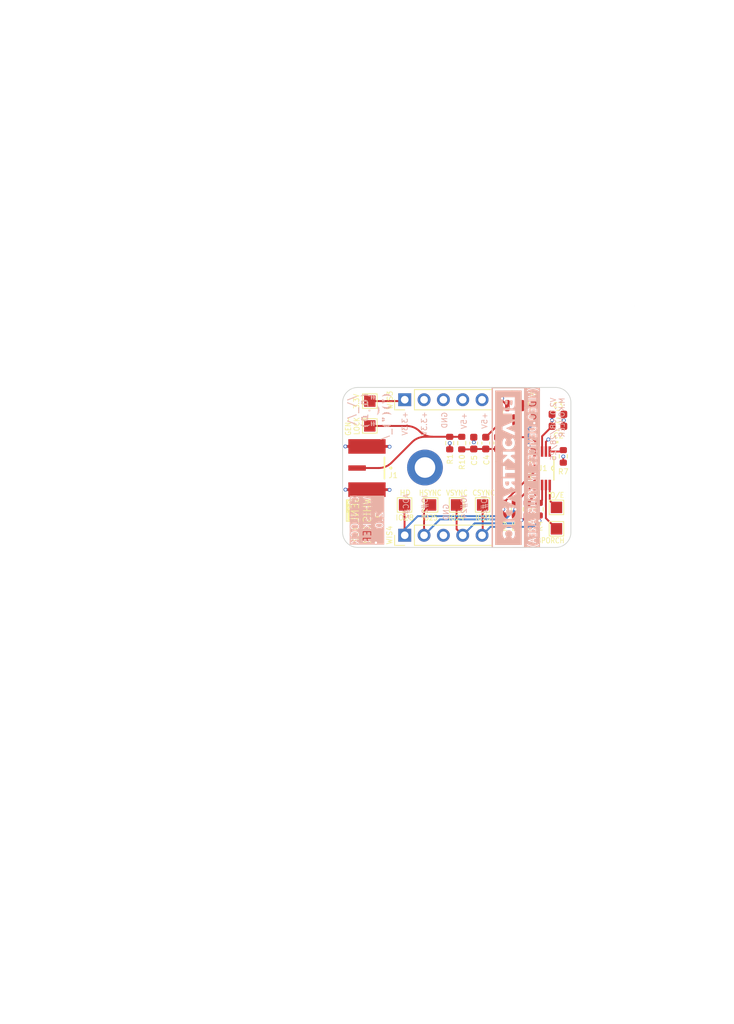
<source format=kicad_pcb>
(kicad_pcb (version 20240108) (generator "pcbnew") (generator_version "8.0")
  (layers (0 "F.Cu" mixed) (1 "In1.Cu" mixed) (2 "In2.Cu" mixed) (31 "B.Cu" mixed) (34 "B.Paste" user) (35 "F.Paste" user) (36 "B.SilkS" user "B.Silkscreen") (37 "F.SilkS" user "F.Silkscreen") (38 "B.Mask" user) (39 "F.Mask" user) (44 "Edge.Cuts" user))
  (net 0 "")
  (net 1 "GND")
  (net 2 "Net-(C1-Pad1)")
  (net 3 "/PI_A_3v3")
  (net 4 "/AN_ADC2")
  (net 5 "/DI_25")
  (net 6 "+5V")
  (net 7 "/DI_24")
  (net 8 "/DI_23")
  (net 9 "Net-(U1-VIN)")
  (net 10 "Net-(Q1-C)")
  (net 11 "Net-(J1-Pad1)")
  (net 12 "Net-(Q1-B)")
  (net 13 "Net-(U1-OE_OUT)")
  (net 14 "Net-(U1-BP_OUT)")
  (net 15 "Net-(U1-CS_OUT)")
  (net 16 "Net-(U1-VS_OUT)")
  (net 17 "Net-(U1-HS_OUT)")
  (net 18 "Net-(U1-REXT)")
  (net 19 "Net-(U1-~HD)")
  (footprint "TestPoint:TestPoint_Pad_1.5x1.5mm" (layer "F.Cu") (at 214.97999 115.421197)
    (property "Reference" "TP1" (hide yes))
    (property "Value" "TestPoint")
    (pad "1" smd rect (at 0 0) (size 1.5 1.5) (layers "F.Cu" "F.Mask") (net 7 "/DI_24"))
  )
  (footprint "Resistor_SMD:R_0603_1608Metric" (layer "F.Cu") (at 215.654801 107.301563 -90)
    (property "Reference" "R10" (at 2.501126 -0.042992 90) (layer "F.SilkS") (effects (font (size 0.7 0.7) (thickness 0.1))))
    (property "Value" "100R")
    (pad "1" smd roundrect (at -0.825 0 270) (size 0.8 0.95) (layers "F.Cu" "F.Paste" "F.Mask") (net 11 "Net-(J1-Pad1)"))
    (pad "2" smd roundrect (at 0.825 0 270) (size 0.8 0.95) (layers "F.Cu" "F.Paste" "F.Mask") (net 2 "Net-(C1-Pad1)"))
  )
  (footprint "TestPoint:TestPoint_Pad_1.5x1.5mm" (layer "F.Cu") (at 228.10235 118.550342)
    (property "Reference" "TP8" (hide yes))
    (property "Value" "TestPoint")
    (pad "1" smd rect (at 0 0) (size 1.5 1.5) (layers "F.Cu" "F.Mask") (net 14 "Net-(U1-BP_OUT)"))
  )
  (footprint "TestPoint:TestPoint_Pad_1.5x1.5mm" (layer "F.Cu") (at 203.576122 105.045057)
    (property "Reference" "TP5" (hide yes))
    (property "Value" "TestPoint")
    (pad "1" smd rect (at 0 0) (size 1.5 1.5) (layers "F.Cu" "F.Mask") (net 11 "Net-(J1-Pad1)"))
  )
  (footprint "Resistor_SMD:R_0603_1608Metric" (layer "F.Cu") (at 222.695421 115.977428 -90)
    (property "Reference" "R6" (at 2.256875 -0.009102 90) (layer "F.SilkS") (effects (font (size 0.7 0.7) (thickness 0.1))))
    (property "Value" "100R")
    (pad "1" smd roundrect (at -0.825 0 270) (size 0.8 0.95) (layers "F.Cu" "F.Paste" "F.Mask") (net 17 "Net-(U1-HS_OUT)"))
    (pad "2" smd roundrect (at 0.825 0 270) (size 0.8 0.95) (layers "F.Cu" "F.Paste" "F.Mask") (net 5 "/DI_25"))
  )
  (footprint "Capacitor_SMD:C_0603_1608Metric" (layer "F.Cu") (at 228.296123 105.095275)
    (property "Reference" "C2" (at 0.065443 1.226594 0) (layer "F.SilkS") (effects (font (size 0.7 0.7) (thickness 0.1))))
    (property "Value" "0.1uF")
    (pad "1" smd roundrect (at -0.775 0) (size 0.9 0.95) (layers "F.Cu" "F.Paste" "F.Mask") (net 3 "/PI_A_3v3"))
    (pad "2" smd roundrect (at 0.775 0) (size 0.9 0.95) (layers "F.Cu" "F.Paste" "F.Mask") (net 1 "GND"))
  )
  (footprint "MountingHole:MountingHole_2.7mm_M2.5_DIN965_Pad" (layer "F.Cu") (at 210.824342 110.508752)
    (property "Reference" "H1" (hide yes))
    (property "Value" "MountingHole_Pad")
    (pad "1" thru_hole circle (at 0 0) (size 4.7 4.7) (drill 2.7) (layers "*.Cu" "*.Mask") (net 1 "GND"))
  )
  (footprint "LMH1980MM_NOPB:MUB10A" (layer "F.Cu") (at 226.215708 110.603302 -90)
    (property "Reference" "U1" (at 0 0 0) (layer "F.SilkS") (effects (font (size 0.7 0.7) (thickness 0.1))))
    (property "Value" "LMH1980MM/NOPB")
    (fp_text user "*" (at -3.433374 -2.20172 90) (layer "F.SilkS") (effects (font (size 0.7 0.7) (thickness 0.1))))
    (pad "1" smd rect (at -2.1971 -1.000001 270) (size 1.3716 0.3302) (layers "F.Cu" "F.Paste" "F.Mask") (net 18 "Net-(U1-REXT)"))
    (pad "2" smd rect (at -2.1971 -0.499999 270) (size 1.3716 0.3302) (layers "F.Cu" "F.Paste" "F.Mask") (net 1 "GND"))
    (pad "3" smd rect (at -2.1971 0 270) (size 1.3716 0.3302) (layers "F.Cu" "F.Paste" "F.Mask") (net 3 "/PI_A_3v3"))
    (pad "4" smd rect (at -2.1971 0.499999 270) (size 1.3716 0.3302) (layers "F.Cu" "F.Paste" "F.Mask") (net 9 "Net-(U1-VIN)"))
    (pad "5" smd rect (at -2.1971 1.000001 270) (size 1.3716 0.3302) (layers "F.Cu" "F.Paste" "F.Mask") (net 19 "Net-(U1-~HD)"))
    (pad "6" smd rect (at 2.1971 1.000001 270) (size 1.3716 0.3302) (layers "F.Cu" "F.Paste" "F.Mask") (net 17 "Net-(U1-HS_OUT)"))
    (pad "7" smd rect (at 2.1971 0.499999 270) (size 1.3716 0.3302) (layers "F.Cu" "F.Paste" "F.Mask") (net 16 "Net-(U1-VS_OUT)"))
    (pad "8" smd rect (at 2.1971 0 270) (size 1.3716 0.3302) (layers "F.Cu" "F.Paste" "F.Mask") (net 15 "Net-(U1-CS_OUT)"))
    (pad "9" smd rect (at 2.1971 -0.499999 270) (size 1.3716 0.3302) (layers "F.Cu" "F.Paste" "F.Mask") (net 14 "Net-(U1-BP_OUT)"))
    (pad "10" smd rect (at 2.1971 -1.000001 270) (size 1.3716 0.3302) (layers "F.Cu" "F.Paste" "F.Mask") (net 13 "Net-(U1-OE_OUT)"))
  )
  (footprint "Connector_PinHeader_2.54mm:PinHeader_1x05_P2.54mm_Vertical" (layer "F.Cu") (at 208.164787 101.608752 90)
    (property "Reference" "WIS3" (at -0.070941 -1.943332 90) (layer "F.SilkS") (effects (font (size 0.7 0.7) (thickness 0.1))))
    (property "Value" "Conn_01x05_Pin")
    (pad "1" thru_hole rect (at 0 0 90) (size 1.7 1.7) (drill 1) (layers "*.Cu" "*.Mask") (net 3 "/PI_A_3v3"))
    (pad "2" thru_hole oval (at 0 2.54 90) (size 1.7 1.7) (drill 1) (layers "*.Cu" "*.Mask") (net 3 "/PI_A_3v3"))
    (pad "3" thru_hole oval (at 0 5.08 90) (size 1.7 1.7) (drill 1) (layers "*.Cu" "*.Mask") (net 1 "GND"))
    (pad "4" thru_hole oval (at 0 7.62 90) (size 1.7 1.7) (drill 1) (layers "*.Cu" "*.Mask"))
    (pad "5" thru_hole oval (at 0 10.16 90) (size 1.7 1.7) (drill 1) (layers "*.Cu" "*.Mask") (net 6 "+5V"))
  )
  (footprint "TestPoint:TestPoint_Pad_1.5x1.5mm" (layer "F.Cu") (at 211.560571 115.421197)
    (property "Reference" "TP3" (hide yes))
    (property "Value" "TestPoint")
    (pad "1" smd rect (at 0 0) (size 1.5 1.5) (layers "F.Cu" "F.Mask") (net 5 "/DI_25"))
  )
  (footprint "Resistor_SMD:R_0603_1608Metric" (layer "F.Cu") (at 221.124763 115.977428 -90)
    (property "Reference" "R9" (at 2.265199 -0.07643 90) (layer "F.SilkS") (effects (font (size 0.7 0.7) (thickness 0.1))))
    (property "Value" "100R")
    (pad "1" smd roundrect (at -0.825 0 270) (size 0.8 0.95) (layers "F.Cu" "F.Paste" "F.Mask") (net 19 "Net-(U1-~HD)"))
    (pad "2" smd roundrect (at 0.825 0 270) (size 0.8 0.95) (layers "F.Cu" "F.Paste" "F.Mask") (net 4 "/AN_ADC2"))
  )
  (footprint "Resistor_SMD:R_0603_1608Metric" (layer "F.Cu") (at 225.836739 115.977428 -90)
    (property "Reference" "R4" (at 2.229017 -0.067252 90) (layer "F.SilkS") (effects (font (size 0.7 0.7) (thickness 0.1))))
    (property "Value" "100R")
    (pad "1" smd roundrect (at -0.825 0 270) (size 0.8 0.95) (layers "F.Cu" "F.Paste" "F.Mask") (net 15 "Net-(U1-CS_OUT)"))
    (pad "2" smd roundrect (at 0.825 0 270) (size 0.8 0.95) (layers "F.Cu" "F.Paste" "F.Mask") (net 8 "/DI_23"))
  )
  (footprint "TestPoint:TestPoint_Pad_1.5x1.5mm" (layer "F.Cu") (at 208.141152 115.421197)
    (property "Reference" "TP7" (hide yes))
    (property "Value" "TestPoint")
    (pad "1" smd rect (at 0 0) (size 1.5 1.5) (layers "F.Cu" "F.Mask") (net 4 "/AN_ADC2"))
  )
  (footprint "Capacitor_SMD:C_0603_1608Metric" (layer "F.Cu") (at 228.293619 103.521666)
    (property "Reference" "C3" (at -0.000754 -1.18442 0) (layer "F.SilkS") (effects (font (size 0.7 0.7) (thickness 0.1))))
    (property "Value" "10uF")
    (pad "1" smd roundrect (at -0.775 0) (size 0.9 0.95) (layers "F.Cu" "F.Paste" "F.Mask") (net 3 "/PI_A_3v3"))
    (pad "2" smd roundrect (at 0.775 0) (size 0.9 0.95) (layers "F.Cu" "F.Paste" "F.Mask") (net 1 "GND"))
  )
  (footprint "Resistor_SMD:R_0603_1608Metric" (layer "F.Cu") (at 214.076393 107.301563 -90)
    (property "Reference" "R1" (at 2.111823 -0.04129 90) (layer "F.SilkS") (effects (font (size 0.7 0.7) (thickness 0.1))))
    (property "Value" "75R")
    (pad "1" smd roundrect (at -0.825 0 270) (size 0.8 0.95) (layers "F.Cu" "F.Paste" "F.Mask") (net 11 "Net-(J1-Pad1)"))
    (pad "2" smd roundrect (at 0.825 0 270) (size 0.8 0.95) (layers "F.Cu" "F.Paste" "F.Mask") (net 1 "GND"))
  )
  (footprint "Resistor_SMD:R_0603_1608Metric" (layer "F.Cu") (at 225.197377 102.87895 90)
    (property "Reference" "R8" (at 2.055734 0 180) (layer "F.SilkS") (effects (font (size 0.7 0.7) (thickness 0.1))))
    (property "Value" "10K")
    (pad "1" smd roundrect (at -0.825 0 90) (size 0.8 0.95) (layers "F.Cu" "F.Paste" "F.Mask") (net 19 "Net-(U1-~HD)"))
    (pad "2" smd roundrect (at 0.825 0 90) (size 0.8 0.95) (layers "F.Cu" "F.Paste" "F.Mask") (net 12 "Net-(Q1-B)"))
  )
  (footprint "TestPoint:TestPoint_Pad_1.5x1.5mm" (layer "F.Cu") (at 228.10235 115.741202)
    (property "Reference" "TP9" (hide yes))
    (property "Value" "TestPoint")
    (pad "1" smd rect (at 0 0) (size 1.5 1.5) (layers "F.Cu" "F.Mask") (net 13 "Net-(U1-OE_OUT)"))
  )
  (footprint "TestPoint:TestPoint_Pad_1.5x1.5mm" (layer "F.Cu") (at 218.399409 115.421197)
    (property "Reference" "TP4" (hide yes))
    (property "Value" "TestPoint")
    (pad "1" smd rect (at 0 0) (size 1.5 1.5) (layers "F.Cu" "F.Mask") (net 8 "/DI_23"))
  )
  (footprint "Resistor_SMD:R_0603_1608Metric" (layer "F.Cu") (at 228.998414 109.046508 -90)
    (property "Reference" "R7" (at 2.000107 -0.001602 180) (layer "F.SilkS") (effects (font (size 0.7 0.7) (thickness 0.1))))
    (property "Value" "10K")
    (pad "1" smd roundrect (at -0.825 0 270) (size 0.8 0.95) (layers "F.Cu" "F.Paste" "F.Mask") (net 18 "Net-(U1-REXT)"))
    (pad "2" smd roundrect (at 0.825 0 270) (size 0.8 0.95) (layers "F.Cu" "F.Paste" "F.Mask") (net 1 "GND"))
  )
  (footprint "Connector_PinHeader_2.54mm:PinHeader_1x05_P2.54mm_Vertical" (layer "F.Cu") (at 208.164787 119.398752 90)
    (property "Reference" "WIS4" (at 0.017863 -1.99731 90) (layer "F.SilkS") (effects (font (size 0.7 0.7) (thickness 0.1))))
    (property "Value" "Conn_01x05_Pin")
    (pad "1" thru_hole rect (at 0 0 90) (size 1.7 1.7) (drill 1) (layers "*.Cu" "*.Mask") (net 4 "/AN_ADC2"))
    (pad "2" thru_hole oval (at 0 2.54 90) (size 1.7 1.7) (drill 1) (layers "*.Cu" "*.Mask") (net 5 "/DI_25"))
    (pad "3" thru_hole oval (at 0 5.08 90) (size 1.7 1.7) (drill 1) (layers "*.Cu" "*.Mask") (net 1 "GND"))
    (pad "4" thru_hole oval (at 0 7.62 90) (size 1.7 1.7) (drill 1) (layers "*.Cu" "*.Mask") (net 7 "/DI_24"))
    (pad "5" thru_hole oval (at 0 10.16 90) (size 1.7 1.7) (drill 1) (layers "*.Cu" "*.Mask") (net 8 "/DI_23"))
  )
  (footprint "Capacitor_SMD:C_0603_1608Metric" (layer "F.Cu") (at 220.390027 107.301563 90)
    (property "Reference" "C1" (at -2.138428 0.074668 90) (layer "F.SilkS") (effects (font (size 0.7 0.7) (thickness 0.1))))
    (property "Value" "0.1uF X7R")
    (pad "1" smd roundrect (at -0.775 0 90) (size 0.9 0.95) (layers "F.Cu" "F.Paste" "F.Mask") (net 2 "Net-(C1-Pad1)"))
    (pad "2" smd roundrect (at 0.775 0 90) (size 0.9 0.95) (layers "F.Cu" "F.Paste" "F.Mask") (net 9 "Net-(U1-VIN)"))
  )
  (footprint "Resistor_SMD:R_0603_1608Metric" (layer "F.Cu") (at 224.266079 115.977428 -90)
    (property "Reference" "R5" (at 2.289019 -0.057564 90) (layer "F.SilkS") (effects (font (size 0.7 0.7) (thickness 0.1))))
    (property "Value" "100R")
    (pad "1" smd roundrect (at -0.825 0 270) (size 0.8 0.95) (layers "F.Cu" "F.Paste" "F.Mask") (net 16 "Net-(U1-VS_OUT)"))
    (pad "2" smd roundrect (at 0.825 0 270) (size 0.8 0.95) (layers "F.Cu" "F.Paste" "F.Mask") (net 7 "/DI_24"))
  )
  (footprint "Package_TO_SOT_SMD:SOT-23" (layer "F.Cu") (at 222.593874 103.317737 -90)
    (property "Reference" "Q1" (at -2.51586 -0.000173 180) (layer "F.SilkS") (effects (font (size 0.7 0.7) (thickness 0.1))))
    (property "Value" "MMBT3904")
    (pad "1" smd roundrect (at -0.9375 -0.95 270) (size 1.475 0.6) (layers "F.Cu" "F.Paste" "F.Mask") (net 12 "Net-(Q1-B)"))
    (pad "2" smd roundrect (at -0.9375 0.95 270) (size 1.475 0.6) (layers "F.Cu" "F.Paste" "F.Mask") (net 1 "GND"))
    (pad "3" smd roundrect (at 0.9375 0 270) (size 1.475 0.6) (layers "F.Cu" "F.Paste" "F.Mask") (net 10 "Net-(Q1-C)"))
  )
  (footprint "HDBNC-J-P-GN-ST-EM1:SAMTEC_HDBNC-J-P-XX-ST-EM1" (layer "F.Cu") (at 201.900316 110.575294 90)
    (property "Reference" "J1" (at -0.956135 4.747835 180) (layer "F.SilkS") (effects (font (size 0.7 0.7) (thickness 0.1))))
    (property "Value" "HDBNC-J-P-XX-ST-EM1")
    (pad "1" smd rect (at 0 0 90) (size 0.7 2.3) (layers "F.Cu" "F.Paste" "F.Mask") (net 11 "Net-(J1-Pad1)"))
    (pad "S1" smd rect (at -2.835 1.3 90) (size 1.91 4.9) (layers "F.Cu" "F.Paste" "F.Mask") (net 1 "GND"))
    (pad "S1" smd rect (at 2.835 1.3 90) (size 1.91 4.9) (layers "F.Cu" "F.Paste" "F.Mask") (net 1 "GND"))
  )
  (footprint "Capacitor_SMD:C_0603_1608Metric" (layer "F.Cu") (at 218.811617 107.301563 -90)
    (property "Reference" "C4" (at 2.215521 -0.102226 90) (layer "F.SilkS") (effects (font (size 0.7 0.7) (thickness 0.1))))
    (property "Value" "560pF")
    (pad "1" smd roundrect (at -0.775 0 270) (size 0.9 0.95) (layers "F.Cu" "F.Paste" "F.Mask") (net 10 "Net-(Q1-C)"))
    (pad "2" smd roundrect (at 0.775 0 270) (size 0.9 0.95) (layers "F.Cu" "F.Paste" "F.Mask") (net 2 "Net-(C1-Pad1)"))
  )
  (footprint "TestPoint:TestPoint_Pad_1.5x1.5mm" (layer "F.Cu") (at 203.576122 101.789263)
    (property "Reference" "TP10" (hide yes))
    (property "Value" "TestPoint")
    (pad "1" smd rect (at 0 0) (size 1.5 1.5) (layers "F.Cu" "F.Mask") (net 3 "/PI_A_3v3"))
  )
  (footprint "TestPoint:TestPoint_Pad_1.5x1.5mm" (layer "F.Cu") (at 203.299435 119.362538)
    (property "Reference" "TP2" (hide yes))
    (property "Value" "TestPoint")
    (pad "1" smd rect (at 0 0) (size 1.5 1.5) (layers "F.Cu" "F.Mask") (net 1 "GND"))
  )
  (footprint "Capacitor_SMD:C_0603_1608Metric" (layer "F.Cu") (at 217.233209 107.301563 -90)
    (property "Reference" "C5" (at 2.274972 -0.068319 90) (layer "F.SilkS") (effects (font (size 0.7 0.7) (thickness 0.1))))
    (property "Value" "OPT")
    (pad "1" smd roundrect (at -0.775 0 270) (size 0.9 0.95) (layers "F.Cu" "F.Paste" "F.Mask") (net 1 "GND"))
    (pad "2" smd roundrect (at 0.775 0 270) (size 0.9 0.95) (layers "F.Cu" "F.Paste" "F.Mask") (net 2 "Net-(C1-Pad1)"))
  )
  (footprint "LOGO" (layer "B.Cu") (at 210.014321 105.174954 90)
    (property "Reference" "G***" (hide yes))
    (property "Value" "LOGO" (hide yes))
  )
  (footprint "LOGO" (layer "B.Cu") (at 221.841955 110.504778 180)
    (property "Reference" "G***" (hide yes))
    (property "Value" "LOGO" (hide yes))
  )
  (gr_poly (pts (xy 238.420713 89.319877) (xy 238.414016 89.319478) (xy 238.433942 89.29342)) (stroke (width -0.000001)) (fill solid) (layer "F.Cu"))
  (gr_arc (start 230 119) (mid 229.414214 120.414214) (end 228 121) (stroke (width 0.1)) (layer "Edge.Cuts"))
  (gr_line (start 228 121) (end 202 121) (stroke (width 0.1)) (layer "Edge.Cuts"))
  (gr_line (start 202 100) (end 228 100) (stroke (width 0.1)) (layer "Edge.Cuts"))
  (gr_arc (start 202 121) (mid 200.585786 120.414214) (end 200 119) (stroke (width 0.1)) (layer "Edge.Cuts"))
  (gr_line (start 200 119) (end 200 102) (stroke (width 0.1)) (layer "Edge.Cuts"))
  (gr_arc (start 200 102) (mid 200.585786 100.585786) (end 202 100) (stroke (width 0.1)) (layer "Edge.Cuts"))
  (gr_line (start 230 102) (end 230 119) (stroke (width 0.1)) (layer "Edge.Cuts"))
  (gr_arc (start 228 100) (mid 229.414214 100.585786) (end 230 102) (stroke (width 0.1)) (layer "Edge.Cuts"))
  (gr_text "GND" (at 214.006364 116.358753 90) (layer "B.SilkS") (effects (font (size 0.7 0.7) (thickness 0.1)) (justify bottom mirror)))
  (gr_text "(VIDEO DEVICES IN YOUR AREA)" (at 225.523087 99.881079 90) (layer "B.SilkS" knockout) (effects (font (size 1 0.885) (thickness 0.1)) (justify left bottom mirror)))
  (gr_text "GENLOCK\nWHISKER\n2.0" (at 205.441371 117.414294 90) (layer "B.SilkS" knockout) (effects (font (size 1 0.95) (thickness 0.1) (bold yes)) (justify bottom mirror)))
  (gr_text "IO#25" (at 211.215784 115.691441 90) (layer "B.SilkS") (effects (font (size 0.7 0.7) (thickness 0.1)) (justify bottom mirror)))
  (gr_text "GND" (at 213.802556 104.299095 90) (layer "B.SilkS") (effects (font (size 0.7 0.7) (thickness 0.1)) (justify bottom mirror)))
  (gr_text "IO#24" (at 216.352069 115.671219 90) (layer "B.SilkS") (effects (font (size 0.7 0.7) (thickness 0.1)) (justify bottom mirror)))
  (gr_text "IO#23" (at 219.021319 115.731884 90) (layer "B.SilkS") (effects (font (size 0.7 0.7) (thickness 0.1)) (justify bottom mirror)))
  (gr_text "+3.3V" (at 208.598504 104.737991 90) (layer "B.SilkS") (effects (font (size 0.7 0.7) (thickness 0.1)) (justify bottom mirror)))
  (gr_text "ADC#2" (at 208.74875 115.630776 90) (layer "B.SilkS") (effects (font (size 0.7 0.7) (thickness 0.1)) (justify bottom mirror)))
  (gr_text "+3.3V" (at 211.138504 104.737991 90) (layer "B.SilkS") (effects (font (size 0.7 0.7) (thickness 0.1)) (justify bottom mirror)))
  (gr_text "+5V" (at 216.357557 104.393144 90) (layer "B.SilkS") (effects (font (size 0.7 0.7) (thickness 0.1)) (justify bottom mirror)))
  (gr_text "V2.0 08/28/25\nM.KOHLER" (at 229.222306 101.273332 90) (layer "B.SilkS") (effects (font (size 0.7 0.7) (thickness 0.1) (bold yes)) (justify left bottom mirror)))
  (gr_text "+5V" (at 219.069306 104.361795 90) (layer "B.SilkS") (effects (font (size 0.7 0.7) (thickness 0.1)) (justify bottom mirror)))
  (gr_text "HD" (at 208.22887 114.250821 0) (layer "F.SilkS") (effects (font (size 0.7 0.7) (thickness 0.1)) (justify bottom)))
  (gr_text "IO23" (at 218.467058 117.505228 0) (layer "F.SilkS") (effects (font (size 0.7 0.6) (thickness 0.1)) (justify bottom)))
  (gr_text "GEN-\nLOCK" (at 202.276935 105.06071 90) (layer "F.SilkS") (effects (font (size 0.7 0.6) (thickness 0.1)) (justify bottom)))
  (gr_text "O/E" (at 228.20038 114.553122 0) (layer "F.SilkS") (effects (font (size 0.7 0.6) (thickness 0.1)) (justify bottom)))
  (gr_text "CSYNC" (at 218.526928 114.250821 0) (layer "F.SilkS") (effects (font (size 0.7 0.6) (thickness 0.1)) (justify bottom)))
  (gr_text "VSYNC" (at 215.019146 114.250821 0) (layer "F.SilkS") (effects (font (size 0.7 0.6) (thickness 0.1)) (justify bottom)))
  (gr_text "IO24" (at 214.959276 117.505228 0) (layer "F.SilkS") (effects (font (size 0.7 0.6) (thickness 0.1)) (justify bottom)))
  (gr_text "IO25" (at 211.458589 117.505228 0) (layer "F.SilkS") (effects (font (size 0.7 0.6) (thickness 0.1)) (justify bottom)))
  (gr_text "HSYNC" (at 211.518459 114.250821 0) (layer "F.SilkS") (effects (font (size 0.7 0.6) (thickness 0.1)) (justify bottom)))
  (gr_text "IO28" (at 208.169 117.505228 0) (layer "F.SilkS") (effects (font (size 0.7 0.7) (thickness 0.1)) (justify bottom)))
  (gr_text "3.3V" (at 202.229976 101.820568 90) (layer "F.SilkS") (effects (font (size 0.7 0.6) (thickness 0.1)) (justify bottom)))
  (gr_text "SYNC\nINPUT" (at 202.52979 117.590024 0) (layer "F.SilkS" knockout) (effects (font (size 1 1) (thickness 0.1)) (justify bottom)))
  (gr_text "BPORCH" (at 227.314086 120.498495 0) (layer "F.SilkS") (effects (font (size 0.7 0.6) (thickness 0.1)) (justify bottom)))
  (gr_text "GND" (at 202.104701 119.31046 90) (layer "F.SilkS") (effects (font (size 0.7 0.6) (thickness 0.1)) (justify bottom)))
  (segment (start 229.068619 103.521666) (end 229.068619 104.308234) (width 0.25) (layer "F.Cu") (net 1))
  (segment (start 220.964594 101.700957) (end 220.964594 101.438508) (width 0.25) (layer "F.Cu") (net 1))
  (segment (start 228.998414 109.057158) (end 229.000343 109.055229) (width 0.25) (layer "F.Cu") (net 1))
  (segment (start 226.715707 108.406202) (end 226.715707 107.141019) (width 0.25) (layer "F.Cu") (net 1))
  (segment (start 214.076393 107.305267) (end 214.077317 107.304343) (width 0.25) (layer "F.Cu") (net 1))
  (segment (start 203.200316 113.410294) (end 200.376867 113.410294) (width 0.36) (layer "F.Cu") (net 1))
  (segment (start 217.233209 107.254838) (end 217.230905 107.257142) (width 0.25) (layer "F.Cu") (net 1))
  (segment (start 206.137929 113.410294) (end 203.200316 113.410294) (width 0.36) (layer "F.Cu") (net 1))
  (segment (start 229.068619 104.308234) (end 229.068619 105.092771) (width 0.25) (layer "F.Cu") (net 1))
  (segment (start 204.376027 120.370122) (end 204.307019 120.370122) (width 0.25) (layer "F.Cu") (net 1))
  (segment (start 204.307019 120.370122) (end 203.299435 119.362538) (width 0.25) (layer "F.Cu") (net 1))
  (segment (start 211.669022 110.564712) (end 211.669022 112.456209) (width 0.36) (layer "F.Cu") (net 1))
  (segment (start 200.364617 107.740294) (end 200.360883 107.73656) (width 0.36) (layer "F.Cu") (net 1))
  (segment (start 206.169668 107.775903) (end 206.134059 107.740294) (width 0.36) (layer "F.Cu") (net 1))
  (segment (start 200.34545 113.410294) (end 200.344899 113.410845) (width 0.36) (layer "F.Cu") (net 1))
  (segment (start 229.068619 105.092771) (end 229.071123 105.095275) (width 0.25) (layer "F.Cu") (net 1))
  (segment (start 200.376867 113.410294) (end 200.34545 113.410294) (width 0.36) (layer "F.Cu") (net 1))
  (segment (start 214.076393 108.126563) (end 214.076393 107.305267) (width 0.25) (layer "F.Cu") (net 1))
  (segment (start 206.134059 107.740294) (end 203.200316 107.740294) (width 0.36) (layer "F.Cu") (net 1))
  (segment (start 228.998414 109.871508) (end 228.998414 109.057158) (width 0.25) (layer "F.Cu") (net 1))
  (segment (start 217.233209 106.526563) (end 217.233209 107.254838) (width 0.25) (layer "F.Cu") (net 1))
  (segment (start 221.643874 102.380237) (end 220.964594 101.700957) (width 0.25) (layer "F.Cu") (net 1))
  (segment (start 226.715707 107.141019) (end 227.034358 106.822368) (width 0.25) (layer "F.Cu") (net 1))
  (segment (start 206.169668 113.442033) (end 206.137929 113.410294) (width 0.36) (layer "F.Cu") (net 1))
  (segment (start 203.200316 107.740294) (end 200.364617 107.740294) (width 0.36) (layer "F.Cu") (net 1))
  (via (at 204.376027 120.370122) (size 0.5) (drill 0.3) (layers "F.Cu" "B.Cu") (net 1))
  (via (at 206.169668 107.775903) (size 0.5) (drill 0.3) (layers "F.Cu" "B.Cu") (net 1))
  (via (at 229.000343 109.055229) (size 0.5) (drill 0.3) (layers "F.Cu" "B.Cu") (net 1))
  (via (at 200.364617 107.740294) (size 0.5) (drill 0.3) (layers "F.Cu" "B.Cu") (net 1))
  (via (at 220.964594 101.438508) (size 0.5) (drill 0.3) (layers "F.Cu" "B.Cu") (net 1))
  (via (at 206.169668 113.442033) (size 0.5) (drill 0.3) (layers "F.Cu" "B.Cu") (net 1))
  (via (at 229.068619 104.308234) (size 0.5) (drill 0.3) (layers "F.Cu" "B.Cu") (net 1))
  (via (at 227.034358 106.822368) (size 0.5) (drill 0.3) (layers "F.Cu" "B.Cu") (net 1))
  (via (at 200.376867 113.410294) (size 0.5) (drill 0.3) (layers "F.Cu" "B.Cu") (net 1))
  (via (at 214.077317 107.304343) (size 0.5) (drill 0.3) (layers "F.Cu" "B.Cu") (net 1))
  (via (at 217.243464 107.195109) (size 0.5) (drill 0.3) (layers "F.Cu" "B.Cu") (net 1))
  (segment (start 217.183209 108.126563) (end 217.233209 108.076563) (width 0.25) (layer "F.Cu") (net 2))
  (segment (start 218.811617 108.076563) (end 220.390027 108.076563) (width 0.25) (layer "F.Cu") (net 2))
  (segment (start 217.233209 108.076563) (end 218.811617 108.076563) (width 0.25) (layer "F.Cu") (net 2))
  (segment (start 215.654801 108.126563) (end 217.183209 108.126563) (width 0.25) (layer "F.Cu") (net 2))
  (segment (start 226.215708 106.40069) (end 226.215708 108.406202) (width 0.25) (layer "F.Cu") (net 3))
  (segment (start 208.164787 101.608752) (end 207.984276 101.789263) (width 0.25) (layer "F.Cu") (net 3))
  (segment (start 227.518619 104.297028) (end 227.518619 105.092771) (width 0.25) (layer "F.Cu") (net 3))
  (segment (start 207.984276 101.789263) (end 203.363921 101.789263) (width 0.25) (layer "F.Cu") (net 3))
  (segment (start 227.518619 105.092771) (end 227.521123 105.095275) (width 0.25) (layer "F.Cu") (net 3))
  (segment (start 227.521123 105.095275) (end 226.215708 106.40069) (width 0.25) (layer "F.Cu") (net 3))
  (segment (start 227.518619 103.521666) (end 227.518619 104.297028) (width 0.25) (layer "F.Cu") (net 3))
  (via (at 227.518619 104.297028) (size 0.5) (drill 0.3) (layers "F.Cu" "B.Cu") (net 3))
  (segment (start 221.1133 115.995994) (end 221.1133 116.790965) (width 0.25) (layer "F.Cu") (net 4))
  (segment (start 208.141152 115.421197) (end 208.141152 119.375117) (width 0.25) (layer "F.Cu") (net 4))
  (segment (start 221.1133 116.790965) (end 221.124763 116.802428) (width 0.25) (layer "F.Cu") (net 4))
  (segment (start 221.124763 116.007457) (end 221.1133 115.995994) (width 0.25) (layer "F.Cu") (net 4))
  (segment (start 221.1133 115.995994) (end 221.124008 116.006702) (width 0.25) (layer "F.Cu") (net 4))
  (via (at 221.1133 115.995994) (size 0.5) (drill 0.3) (layers "F.Cu" "B.Cu") (net 4))
  (segment (start 209.875231 116.893189) (end 208.164787 118.603633) (width 0.25) (layer "B.Cu") (net 4))
  (segment (start 208.164787 118.603633) (end 208.164787 119.398752) (width 0.25) (layer "B.Cu") (net 4))
  (segment (start 220.216105 116.893189) (end 209.875231 116.893189) (width 0.25) (layer "B.Cu") (net 4))
  (segment (start 221.1133 115.995994) (end 220.216105 116.893189) (width 0.25) (layer "B.Cu") (net 4))
  (segment (start 211.560571 115.421197) (end 210.704787 116.276981) (width 0.25) (layer "F.Cu") (net 5))
  (segment (start 222.700742 115.991488) (end 222.700742 116.797107) (width 0.25) (layer "F.Cu") (net 5))
  (segment (start 210.704787 116.276981) (end 210.704787 119.398752) (width 0.25) (layer "F.Cu") (net 5))
  (segment (start 222.700742 116.797107) (end 222.695421 116.802428) (width 0.25) (layer "F.Cu") (net 5))
  (via (at 222.700742 115.991488) (size 0.5) (drill 0.3) (layers "F.Cu" "B.Cu") (net 5))
  (segment (start 222.700742 115.991488) (end 221.371129 117.321101) (width 0.25) (layer "B.Cu") (net 5))
  (segment (start 212.782438 117.321101) (end 210.704787 119.398752) (width 0.25) (layer "B.Cu") (net 5))
  (segment (start 221.371129 117.321101) (end 212.782438 117.321101) (width 0.25) (layer "B.Cu") (net 5))
  (segment (start 214.97999 118.593955) (end 215.784787 119.398752) (width 0.25) (layer "F.Cu") (net 7))
  (segment (start 214.97999 115.421197) (end 214.97999 118.593955) (width 0.25) (layer "F.Cu") (net 7))
  (segment (start 223.661328 117.407179) (end 224.266079 116.802428) (width 0.25) (layer "F.Cu") (net 7))
  (segment (start 223.502462 117.407179) (end 223.661328 117.407179) (width 0.25) (layer "F.Cu") (net 7))
  (via (at 223.502462 117.407179) (size 0.5) (drill 0.3) (layers "F.Cu" "B.Cu") (net 7))
  (segment (start 217.351212 117.832327) (end 215.784787 119.398752) (width 0.25) (layer "B.Cu") (net 7))
  (segment (start 223.502462 117.407179) (end 223.077314 117.832327) (width 0.25) (layer "B.Cu") (net 7))
  (segment (start 223.077314 117.832327) (end 217.351212 117.832327) (width 0.25) (layer "B.Cu") (net 7))
  (segment (start 218.408286 115.430074) (end 218.408286 119.315253) (width 0.25) (layer "F.Cu") (net 8))
  (segment (start 225.836739 117.46784) (end 225.869239 117.50034) (width 0.25) (layer "F.Cu") (net 8))
  (segment (start 225.836739 116.802428) (end 225.836739 117.46784) (width 0.25) (layer "F.Cu") (net 8))
  (segment (start 218.399409 115.421197) (end 218.408286 115.430074) (width 0.25) (layer "F.Cu") (net 8))
  (segment (start 218.408286 119.315253) (end 218.324787 119.398752) (width 0.25) (layer "F.Cu") (net 8))
  (via (at 225.869239 117.50034) (size 0.5) (drill 0.3) (layers "F.Cu" "B.Cu") (net 8))
  (segment (start 219.427541 118.295998) (end 218.324787 119.398752) (width 0.25) (layer "B.Cu") (net 8))
  (segment (start 225.073581 118.295998) (end 219.427541 118.295998) (width 0.25) (layer "B.Cu") (net 8))
  (segment (start 225.869239 117.50034) (end 225.073581 118.295998) (width 0.25) (layer "B.Cu") (net 8))
  (segment (start 224.27187 106.526563) (end 220.390027 106.526563) (width 0.25) (layer "F.Cu") (net 9))
  (segment (start 225.715709 107.970402) (end 225.715709 108.406202) (width 0.25) (layer "F.Cu") (net 9))
  (segment (start 225.125423 106.880116) (end 225.362155 107.116848) (width 0.25) (layer "F.Cu") (net 9))
  (arc (start 225.362155 107.116848) (mid 225.623822 107.508461) (end 225.715708 107.970402) (width 0.25) (layer "F.Cu") (net 9))
  (arc (start 225.125423 106.880116) (mid 224.733809 106.618447) (end 224.27187 106.526562) (width 0.25) (layer "F.Cu") (net 9))
  (segment (start 218.811617 106.526563) (end 221.082943 104.255237) (width 0.25) (layer "F.Cu") (net 10))
  (segment (start 221.082943 104.255237) (end 222.593874 104.255237) (width 0.25) (layer "F.Cu") (net 10))
  (segment (start 214.383329 106.469932) (end 214.385994 106.472597) (width 0.25) (layer "F.Cu") (net 11))
  (segment (start 204.727133 110.575294) (end 201.900316 110.575294) (width 0.25) (layer "F.Cu") (net 11))
  (segment (start 209.125388 107.177038) (end 206.434239 109.868187) (width 0.25) (layer "F.Cu") (net 11))
  (segment (start 210.832495 106.469932) (end 214.383329 106.469932) (width 0.25) (layer "F.Cu") (net 11))
  (segment (start 208.415028 105.052465) (end 203.58353 105.052465) (width 0.25) (layer "F.Cu") (net 11))
  (segment (start 203.58353 105.052465) (end 203.576122 105.045057) (width 0.25) (layer "F.Cu") (net 11))
  (segment (start 214.076393 106.476563) (end 215.668037 106.476563) (width 0.25) (layer "F.Cu") (net 11))
  (segment (start 210.122134 105.759571) (end 210.125388 105.762825) (width 0.25) (layer "F.Cu") (net 11))
  (arc (start 210.832495 106.469932) (mid 209.908613 106.653704) (end 209.125388 107.177038) (width 0.25) (layer "F.Cu") (net 11))
  (arc (start 210.122134 105.759571) (mid 209.338907 105.236235) (end 208.415028 105.052464) (width 0.25) (layer "F.Cu") (net 11))
  (arc (start 210.125388 105.762825) (mid 210.908614 106.28616) (end 211.832494 106.469931) (width 0.25) (layer "F.Cu") (net 11))
  (arc (start 206.434239 109.868187) (mid 205.651012 110.391522) (end 204.727133 110.575293) (width 0.25) (layer "F.Cu") (net 11))
  (segment (start 224.87109 102.380237) (end 225.197377 102.05395) (width 0.25) (layer "F.Cu") (net 12))
  (segment (start 223.543874 102.380237) (end 224.87109 102.380237) (width 0.25) (layer "F.Cu") (net 12))
  (segment (start 227.215709 114.854561) (end 228.10235 115.741202) (width 0.25) (layer "F.Cu") (net 13))
  (segment (start 227.215709 112.800402) (end 227.215709 114.854561) (width 0.25) (layer "F.Cu") (net 13))
  (segment (start 226.715707 117.163699) (end 228.10235 118.550342) (width 0.25) (layer "F.Cu") (net 14))
  (segment (start 226.715707 112.800402) (end 226.715707 117.163699) (width 0.25) (layer "F.Cu") (net 14))
  (segment (start 226.215708 112.800402) (end 226.215708 114.773459) (width 0.25) (layer "F.Cu") (net 15))
  (segment (start 226.215708 114.773459) (end 225.836739 115.152428) (width 0.25) (layer "F.Cu") (net 15))
  (segment (start 225.715709 112.800402) (end 225.715709 113.702798) (width 0.25) (layer "F.Cu") (net 16))
  (segment (start 225.715709 113.702798) (end 224.266079 115.152428) (width 0.25) (layer "F.Cu") (net 16))
  (segment (start 225.047447 112.800402) (end 222.695421 115.152428) (width 0.25) (layer "F.Cu") (net 17))
  (segment (start 225.215707 112.800402) (end 225.047447 112.800402) (width 0.25) (layer "F.Cu") (net 17))
  (segment (start 228.81372 108.406202) (end 228.998414 108.221508) (width 0.25) (layer "F.Cu") (net 18))
  (segment (start 227.215709 108.406202) (end 228.81372 108.406202) (width 0.25) (layer "F.Cu") (net 18))
  (segment (start 225.197377 103.70395) (end 225.197377 104.6595) (width 0.25) (layer "F.Cu") (net 19))
  (segment (start 224.424982 107.615477) (end 225.215707 108.406202) (width 0.25) (layer "F.Cu") (net 19))
  (segment (start 225.215707 108.406202) (end 225.215707 111.061484) (width 0.25) (layer "F.Cu") (net 19))
  (segment (start 225.197377 104.6595) (end 225.186835 104.670042) (width 0.25) (layer "F.Cu") (net 19))
  (segment (start 225.215707 111.061484) (end 221.124763 115.152428) (width 0.25) (layer "F.Cu") (net 19))
  (via (at 225.186835 104.670042) (size 0.5) (drill 0.3) (layers "F.Cu" "B.Cu") (net 19))
  (via (at 224.424982 107.615477) (size 0.5) (drill 0.3) (layers "F.Cu" "B.Cu") (net 19))
  (segment (start 224.424982 107.615477) (end 224.424982 105.431895) (width 0.25) (layer "B.Cu") (net 19))
  (segment (start 224.424982 105.431895) (end 225.186835 104.670042) (width 0.25) (layer "B.Cu") (net 19))
)
</source>
